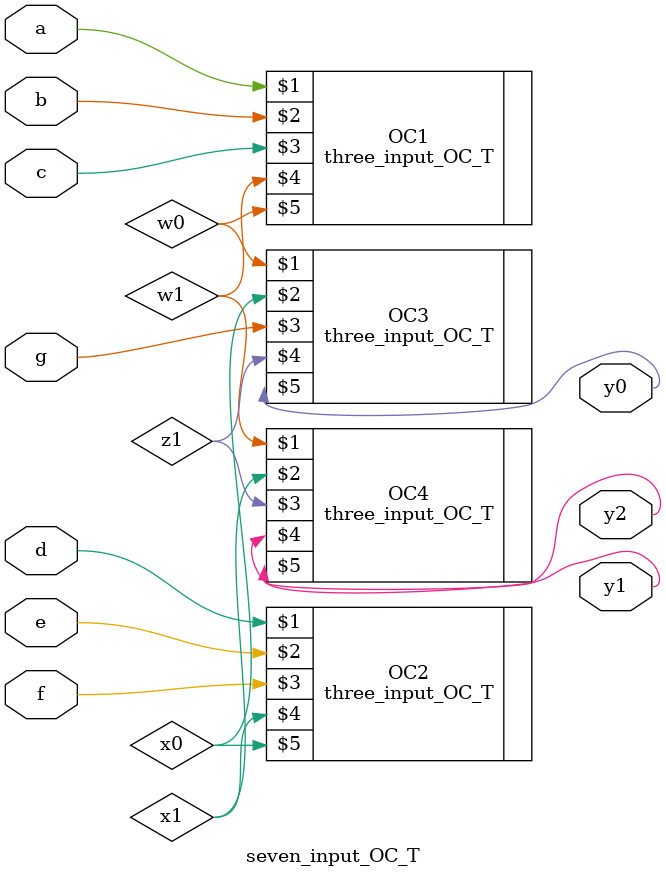
<source format=sv>
`timescale 1ns/1ns
module seven_input_OC_T(input a,b,c,d,e,f,g, output y2,y1,y0);
    
    // count first 6 inputs' ones
    wire w1, w0, x1, x0;
    three_input_OC_T OC1(a,b,c,w1,w0), OC2(d,e,f,x1,x0);
   
    // recount ones in lsb of results and seventh input
    wire z1;
    three_input_OC_T OC3(w0,x0,g,z1,y0);
    
    // recount ones in second bit of results
    three_input_OC_T OC4(w1,x1,z1,y2,y1);


endmodule
</source>
